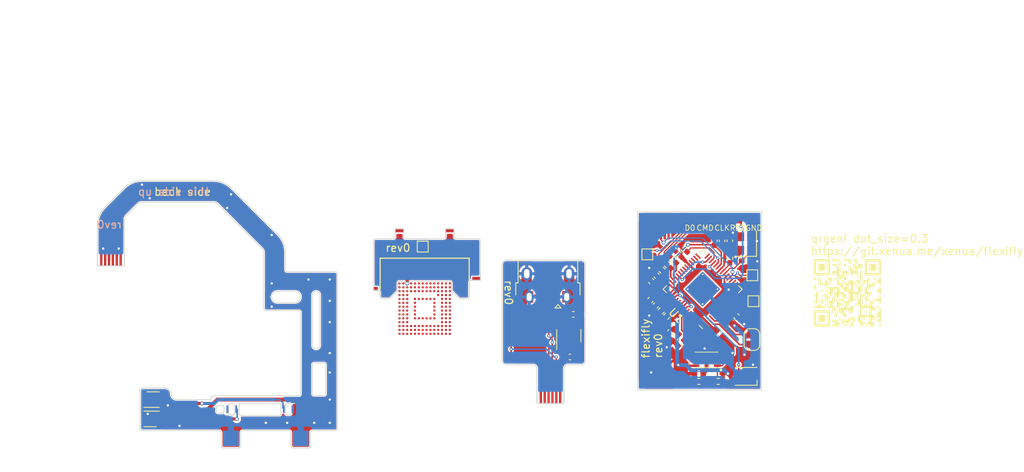
<source format=kicad_pcb>
(kicad_pcb (version 20221018) (generator pcbnew)

  (general
    (thickness 0.115)
  )

  (paper "A4")
  (layers
    (0 "F.Cu" signal)
    (31 "B.Cu" signal)
    (32 "B.Adhes" user "B.Adhesive")
    (33 "F.Adhes" user "F.Adhesive")
    (34 "B.Paste" user)
    (35 "F.Paste" user)
    (36 "B.SilkS" user "B.Silkscreen")
    (37 "F.SilkS" user "F.Silkscreen")
    (38 "B.Mask" user)
    (39 "F.Mask" user)
    (40 "Dwgs.User" user "User.Drawings")
    (41 "Cmts.User" user "User.Comments")
    (42 "Eco1.User" user "User.Eco1")
    (43 "Eco2.User" user "User.Eco2")
    (44 "Edge.Cuts" user)
    (45 "Margin" user)
    (46 "B.CrtYd" user "B.Courtyard")
    (47 "F.CrtYd" user "F.Courtyard")
    (48 "B.Fab" user)
    (49 "F.Fab" user)
    (50 "User.1" user)
    (51 "User.2" user)
    (52 "User.3" user)
    (53 "User.4" user)
    (54 "User.5" user)
    (55 "User.6" user)
    (56 "User.7" user)
    (57 "User.8" user)
    (58 "User.9" user)
  )

  (setup
    (stackup
      (layer "F.SilkS" (type "Top Silk Screen"))
      (layer "F.Paste" (type "Top Solder Paste"))
      (layer "F.Mask" (type "Top Solder Mask") (thickness 0.01))
      (layer "F.Cu" (type "copper") (thickness 0.035))
      (layer "dielectric 1" (type "core") (color "Polyimide") (thickness 0.025) (material "Polyimide") (epsilon_r 3.2) (loss_tangent 0.004))
      (layer "B.Cu" (type "copper") (thickness 0.035))
      (layer "B.Mask" (type "Bottom Solder Mask") (thickness 0.01))
      (layer "B.Paste" (type "Bottom Solder Paste"))
      (layer "B.SilkS" (type "Bottom Silk Screen"))
      (copper_finish "None")
      (dielectric_constraints no)
    )
    (pad_to_mask_clearance 0)
    (pcbplotparams
      (layerselection 0x00010fc_ffffffff)
      (plot_on_all_layers_selection 0x0000000_00000000)
      (disableapertmacros false)
      (usegerberextensions false)
      (usegerberattributes true)
      (usegerberadvancedattributes true)
      (creategerberjobfile true)
      (dashed_line_dash_ratio 12.000000)
      (dashed_line_gap_ratio 3.000000)
      (svgprecision 4)
      (plotframeref false)
      (viasonmask false)
      (mode 1)
      (useauxorigin false)
      (hpglpennumber 1)
      (hpglpenspeed 20)
      (hpglpendiameter 15.000000)
      (dxfpolygonmode true)
      (dxfimperialunits true)
      (dxfusepcbnewfont true)
      (psnegative false)
      (psa4output false)
      (plotreference true)
      (plotvalue true)
      (plotinvisibletext false)
      (sketchpadsonfab false)
      (subtractmaskfromsilk false)
      (outputformat 1)
      (mirror false)
      (drillshape 1)
      (scaleselection 1)
      (outputdirectory "")
    )
  )

  (net 0 "")
  (net 1 "+3V3")
  (net 2 "GND")
  (net 3 "/XIN")
  (net 4 "Net-(C3-Pad2)")
  (net 5 "+1V1")
  (net 6 "GND1")
  (net 7 "VBUS")
  (net 8 "/STATUS_LED")
  (net 9 "Net-(J6-Pin_3)")
  (net 10 "GND2")
  (net 11 "/QSPI_~{CS}")
  (net 12 "/~{USB_BOOT}")
  (net 13 "/XOUT")
  (net 14 "/USB_DP")
  (net 15 "/DP")
  (net 16 "/NX_CLK")
  (net 17 "Net-(U1-GPIO27_ADC1)")
  (net 18 "/NX_CMD")
  (net 19 "Net-(U1-GPIO28_ADC2)")
  (net 20 "/NX_D0")
  (net 21 "Net-(U1-GPIO29_ADC3)")
  (net 22 "/RP2040_~{USB_BOOT}")
  (net 23 "/TRAINING_RESET_A")
  (net 24 "/TRAINING_RESET_B")
  (net 25 "unconnected-(U1-GPIO2-Pad4)")
  (net 26 "unconnected-(U1-GPIO3-Pad5)")
  (net 27 "unconnected-(U1-GPIO4-Pad6)")
  (net 28 "unconnected-(U1-GPIO5-Pad7)")
  (net 29 "unconnected-(U1-GPIO6-Pad8)")
  (net 30 "unconnected-(U1-GPIO7-Pad9)")
  (net 31 "unconnected-(U1-GPIO8-Pad11)")
  (net 32 "unconnected-(U1-GPIO9-Pad12)")
  (net 33 "unconnected-(U1-GPIO10-Pad13)")
  (net 34 "unconnected-(U1-GPIO11-Pad14)")
  (net 35 "unconnected-(U1-GPIO12-Pad15)")
  (net 36 "unconnected-(U1-GPIO13-Pad16)")
  (net 37 "unconnected-(U1-GPIO14-Pad17)")
  (net 38 "/NX_CPU")
  (net 39 "/SWCLK")
  (net 40 "/SWD")
  (net 41 "/RUN")
  (net 42 "unconnected-(U1-GPIO17-Pad28)")
  (net 43 "unconnected-(U1-GPIO18-Pad29)")
  (net 44 "unconnected-(U1-GPIO19-Pad30)")
  (net 45 "unconnected-(U1-GPIO20-Pad31)")
  (net 46 "unconnected-(U1-GPIO21-Pad32)")
  (net 47 "unconnected-(U1-GPIO22-Pad34)")
  (net 48 "unconnected-(U1-GPIO23-Pad35)")
  (net 49 "unconnected-(U1-GPIO24-Pad36)")
  (net 50 "unconnected-(U1-GPIO25-Pad37)")
  (net 51 "/NX_RST")
  (net 52 "/QSPI_SD3")
  (net 53 "/QSPI_CLK")
  (net 54 "/QSPI_SD0")
  (net 55 "/QSPI_SD2")
  (net 56 "/QSPI_SD1")
  (net 57 "/D+")
  (net 58 "/D-")
  (net 59 "Net-(C16-Pad1)")
  (net 60 "Net-(C15-Pad1)")
  (net 61 "/DAT0")
  (net 62 "unconnected-(J3-ID-Pad4)")
  (net 63 "/USB_DN")
  (net 64 "/DN")
  (net 65 "unconnected-(C15-Pad2)")
  (net 66 "unconnected-(C16-Pad2)")
  (net 67 "unconnected-(J2-Pin_1-Pad1)")
  (net 68 "unconnected-(J2-Pin_2-Pad2)")
  (net 69 "unconnected-(J2-Pin_5-Pad5)")
  (net 70 "unconnected-(J2-Pin_6-Pad6)")
  (net 71 "unconnected-(D1-DOUT-Pad1)")

  (footprint "TestPoint:TestPoint_Pad_1.0x1.0mm" (layer "F.Cu") (at 167.25 52.5))

  (footprint "Capacitor_SMD:C_0402_1005Metric_Pad0.74x0.62mm_HandSolder" (layer "F.Cu") (at 178.75 60.5 135))

  (footprint "Capacitor_SMD:C_0402_1005Metric_Pad0.74x0.62mm_HandSolder" (layer "F.Cu") (at 168.35 59.1 45))

  (footprint "Capacitor_SMD:C_0402_1005Metric_Pad0.74x0.62mm_HandSolder" (layer "F.Cu") (at 177.9 50.75 -90))

  (footprint "Resistor_SMD:R_0402_1005Metric_Pad0.72x0.64mm_HandSolder" (layer "F.Cu") (at 171.95 51.75 -45))

  (footprint "TestPoint:TestPoint_Pad_1.0x1.0mm" (layer "F.Cu") (at 138.25 51.5))

  (footprint "Capacitor_SMD:C_0402_1005Metric_Pad0.74x0.62mm_HandSolder" (layer "F.Cu") (at 175.9 50.75 -90))

  (footprint "flexifly:FPC_1x06_P0.50mm" (layer "F.Cu") (at 154.75 71 180))

  (footprint "TestPoint:TestPoint_Pad_1.0x1.0mm" (layer "F.Cu") (at 177 48))

  (footprint "TestPoint:TestPoint_Pad_1.0x1.0mm" (layer "F.Cu") (at 181 48))

  (footprint "TestPoint:TestPoint_Pad_1.0x1.0mm" (layer "F.Cu") (at 180.8 55.2))

  (footprint "flexifly:HCTL_HC-FPC-05-09-6RLTAG_1x06-1MP_P0.50mm_Horizontal" (layer "F.Cu") (at 168.75 47.275 180))

  (footprint "TestPoint:TestPoint_Pad_1.0x1.0mm" (layer "F.Cu") (at 179 48))

  (footprint "Capacitor_SMD:C_0402_1005Metric_Pad0.74x0.62mm_HandSolder" (layer "F.Cu") (at 171.6 63.95 45))

  (footprint "Crystal:Crystal_SMD_2520-4Pin_2.5x2.0mm" (layer "F.Cu") (at 179.95 51.1 90))

  (footprint "Capacitor_SMD:C_0402_1005Metric_Pad0.74x0.62mm_HandSolder" (layer "F.Cu") (at 170.2 62.55 45))

  (footprint "flexifly:FBGA_153_P0.50mm" (layer "F.Cu") (at 138.5 59.505))

  (footprint "Resistor_SMD:R_0402_1005Metric_Pad0.72x0.64mm_HandSolder" (layer "F.Cu") (at 169.75 60.5 45))

  (footprint "Capacitor_SMD:C_0402_1005Metric_Pad0.74x0.62mm_HandSolder" (layer "F.Cu") (at 176.55 62.75 135))

  (footprint "Capacitor_SMD:C_0402_1005Metric_Pad0.74x0.62mm_HandSolder" (layer "F.Cu") (at 157.25 65.75 180))

  (footprint "flexifly:W25QxxxxUXxx" (layer "F.Cu") (at 174.9 66.125))

  (footprint "Capacitor_SMD:C_0402_1005Metric_Pad0.74x0.62mm_HandSolder" (layer "F.Cu") (at 176.9 50.75 -90))

  (footprint "TestPoint:TestPoint_Pad_1.0x1.0mm" (layer "F.Cu") (at 180.95 58.55))

  (footprint "TestPoint:TestPoint_Pad_1.0x1.0mm" (layer "F.Cu") (at 175 48))

  (footprint "Capacitor_SMD:C_0402_1005Metric_Pad0.74x0.62mm_HandSolder" (layer "F.Cu") (at 171.25 52.45 -45))

  (footprint "Capacitor_SMD:C_0402_1005Metric_Pad0.74x0.62mm_HandSolder" (layer "F.Cu") (at 157.69 60.25))

  (footprint "TestPoint:TestPoint_Pad_1.0x1.0mm" (layer "F.Cu") (at 173 48))

  (footprint "flexifly:MicroFET_2x2" (layer "F.Cu") (at 103.25 73.75 90))

  (footprint "flexifly:Conn_BGA_shim_dat0" (layer "F.Cu") (at 138.5 55.95))

  (footprint "flexifly:SW_SPST_XKB_1187A-B-A-B" (layer "F.Cu") (at 151.54 62.935 -90))

  (footprint "Capacitor_SMD:C_0402_1005Metric_Pad0.74x0.62mm_HandSolder" (layer "F.Cu") (at 168.45 55.25 -45))

  (footprint "Jumper:SolderJumper-2_P1.3mm_Open_RoundedPad1.0x1.5mm" (layer "F.Cu") (at 180.75 63.5 -90))

  (footprint "Package_TO_SOT_SMD:SOT-23-3" (layer "F.Cu") (at 157.11 63 90))

  (footprint "Capacitor_SMD:C_0402_1005Metric_Pad0.74x0.62mm_HandSolder" (layer "F.Cu") (at 167.75 55.95 -45))

  (footprint "Capacitor_SMD:C_0402_1005Metric_Pad0.74x0.62mm_HandSolder" (layer "F.Cu") (at 180 53.35 180))

  (footprint "flexifly:MicroFET_2x2" (layer "F.Cu") (at 103.25 71.25 -90))

  (footprint "Resistor_SMD:R_0402_1005Metric_Pad0.72x0.64mm_HandSolder" (layer "F.Cu") (at 176.4 68.9 180))

  (footprint "flexifly:FPC_1x06_P0.50mm" (layer "F.Cu") (at 98 53.25 180))

  (footprint "LED_SMD:LED_WS2812B-2020_PLCC4_2.0x2.0mm" (layer "F.Cu") (at 180 68.25 180))

  (footprint "Capacitor_SMD:C_0402_1005Metric_Pad0.74x0.62mm_HandSolder" (layer "F.Cu") (at 170.9 63.25 45))

  (footprint "Capacitor_SMD:C_0402_1005Metric_Pad0.74x0.62mm_HandSolder" (layer "F.Cu") (at 173.9 67.9))

  (footprint "Capacitor_SMD:C_0402_1005Metric_Pad0.74x0.62mm_HandSolder" (layer "F.Cu") (at 167.65 58.4 -135))

  (footprint "Resistor_SMD:R_0402_1005Metric_Pad0.72x0.64mm_HandSolder" (layer "F.Cu") (at 173.9 68.9))

  (footprint "Resistor_SMD:R_0402_1005Metric_Pad0.72x0.64mm_HandSolder" (layer "F.Cu") (at 169.05 59.8 -135))

  (footprint "Connector_USB:USB_Micro-B_Amphenol_10103594-0001LF_Horizontal" (layer "F.Cu") (at 154.39 56.115 180))

  (footprint "Resistor_SMD:R_0402_1005Metric_Pad0.72x0.64mm_HandSolder" (layer "F.Cu") (at 170.55 53.15 -45))

  (footprint "Package_DFN_QFN:QFN-56-1EP_7x7mm_P0.4mm_EP3.2x3.2mm_ThermalVias" (layer "F.Cu")
    (tstamp e7f45774-d08a-4f03-8d66-d1688242d6b9)
    (at 174.384996 57 135)
    (descr "QFN, 56 Pin (https://datasheets.raspberrypi.com/rp2040/rp2040-datasheet.pdf#page=634), generated with kicad-footprint-generator ipc_noLead_generator.py")
    (tags "QFN NoLead")
    (property "LCSC" "C2040")
    (property "Sheetfile" "flexifly.kicad_sch")
    (property "Sheetname" "")
    (property "ki_description" "A microcontroller by Raspberry Pi")
    (property "ki_keywords" "RP2040 ARM Cortex-M0+ USB")
    (path "/dd501b88-a2a4-4a49-a466-47c7802fc005")
    (attr smd)
    (fp_text reference "U1" (at 0 -4.82 135) (layer "F.SilkS")
        (effects (font (size 1 1) (thickness 0.15)))
      (tstamp 16851bc1-8edd-4b5f-a9d7-54140a207225)
    )
    (fp_text value "RP2040" (at 0 4.82 135) (layer "F.Fab")
        (effects (font (size 1 1) (thickness 0.15)))
      (tstamp bdee8bb5-6f30-4228-a8c7-b5f1901765f5)
    )
    (fp_text user "${REFERENCE}" (at 0 0 135) (layer "F.Fab")
        (effects (font (size 1 1) (thickness 0.15)))
      (tstamp c083019f-9518-4c11-acd0-8ade8c2fea98)
    )
    (fp_line (start -3.61 3.61) (end -3.61 2.96)
      (stroke (width 0.12) (type solid)) (layer "F.SilkS") (tstamp 617609e6-7c4b-4aea-b3aa-df4b03d7097b))
    (fp_line (start -2.96 -3.61) (end -3.61 -3.61)
      (stroke (width 0.12) (type solid)) (layer "F.SilkS") (tstamp 36722bd8-fa4a-4de6-a760-3b93778496b7))
    (fp_line (start -2.96 3.61) (end -3.61 3.61)
      (stroke (width 0.12) (type solid)) (layer "F.SilkS") (tstamp 08fa1ee6-f534-4f22-b382-fd26f17343b3))
    (fp_line (start 2.96 -3.61) (end 3.61 -3.61)
      (stroke (width 0.12) (type solid)) (layer "F.SilkS") (tstamp b92c6181-1e6c-4e69-a063-07179bafd2df))
    (fp_line (start 2.96 3.61) (end 3.61 3.61)
      (stroke (width 0.12) (type solid)) (layer "F.SilkS") (tstamp c551fe3a-5ac7-470e-96d4-4ca4e3172996))
    (fp_line (start 3.61 -3.61) (end 3.61 -2.96)
      (stroke (width 0.12) (type solid)) (layer "F.SilkS") (tstamp baf9943f-d475-4ae6-9d00-81823f35fc32))
    (fp_line (start 3.61 3.61) (end 3.61 2.96)
      (stroke (width 0.12) (type solid)) (layer "F.SilkS") (tstamp dfe0fc3c-f903-4147-a89e-ee57eabebd99))
    (fp_line (start -4.12 -4.12) (end -4.12 4.12)
      (stroke (width 0.05) (type solid)) (layer "F.CrtYd") (tstamp 76e885ec-c526-41df-8e8a-2891204e6042))
    (fp_line (start -4.12 4.12) (end 4.12 4.12)
      (stroke (width 0.05) (type solid)) (layer "F.CrtYd") (tstamp 0ee9c7be-ec50-46a1-9842-7112c018361e))
    (fp_line (start 4.12 -4.12) (end -4.12 -4.12)
      (stroke (width 0.05) (type solid)) (layer "F.CrtYd") (tstamp 8eaf322f-b389-403c-82e8-7be832db8046))
    (fp_line (start 4.12 4.12) (end 4.12 -4.12)
      (stroke (width 0.05) (type solid)) (layer "F.CrtYd") (tstamp 980592c3-f607-4f3d-b92f-f6da472b7169))
    (fp_line (start -3.5 -2.5) (end -2.5 -3.5)
      (stroke (width 0.1) (type solid)) (layer "F.Fab") (tstamp d3b1a5e9-1e97-413b-a857-e9e8b2193e56))
    (fp_line (start -3.5 3.5) (end -3.5 -2.5)
      (stroke (width 0.1) (type solid)) (layer "F.Fab") (tstamp 918b1f4a-2337-4352-8121-82375de55a89))
    (fp_line (start -2.5 -3.5) (end 3.5 -3.5)
      (stroke (width 0.1) (type solid)) (layer "F.Fab") (tstamp e2ea371a-4209-4f00-84af-ee8d44dd4720))
    (fp_line (start 3.5 -3.5) (end 3.5 3.5)
      (stroke (width 0.1) (type solid)) (layer "F.Fab") (tstamp 80369277-5b83-44c1-a275-0eca0b62c504))
    (fp_line (start 3.5 3.5) (end -3.5 3.5)
      (stroke (width 0.1) (type solid)) (layer "F.Fab") (tstamp d17b8be0-b8d9-4ee6-acb1-7fc77784c384))
    (pad "" smd custom (at -0.675 -0.675 135) (size 1.117593 1.117593) (layers "F.Paste")
      (thermal_bridge_angle 45)
      (options (clearance outline) (anchor circle))
      (primitives
        (gr_poly
          (pts
            (xy -0.497915 -0.397045)
            (xy -0.397045 -0.497915)
            (xy 0.497915 -0.497915)
            (xy 0.497915 0.497915)
            (xy -0.497915 0.497915)
          )
          (width 0.243524) (fill yes))
      ) (tstamp 27d50fd7-afd0-46d5-a9f3-165ca11a1d86))
    (pad "" smd custom (at -0.675 0.675 135) (size 1.117593 1.117593) (layers "F.Paste")
      (thermal_bridge_angle 45)
      (options (clearance outline) (anchor circle))
      (primitives
        (gr_poly
          (pts
            (xy -0.497915 -0.497915)
            (xy 0.497915 -0.497915)
            (xy 0.497915 0.497915)
            (xy -0.397045 0.497915)
            (xy -0.497915 0.397045)
          )
          (width 0.243524) (fill yes))
      ) (tstamp c0f78abc-7e0b-411e-808f-93368360b053))
    (pad "" smd custom (at 0.675 -0.675 135) (size 1.117593 1.117593) (layers "F.Paste")
      (thermal_bridge_angle 45)
      (options (clearance outline) (anchor circle))
      (primitives
        (gr_poly
          (pts
            (xy -0.497915 -0.497915)
            (xy 0.397045 -0.497915)
            (xy 0.497915 -0.397045)
            (xy 0.497915 0.497915)
            (xy -0.497915 0.497915)
          )
          (width 0.243524) (fill yes))
      ) (tstamp c4ad51d8-9c75-4b80-a569-c8995e4b297a))
    (pad "" smd custom (at 0.675 0.675 135) (size 1.117593 1.117593) (layers "F.Paste")
      (thermal_bridge_angle 45)
      (options (clearance outline) (anchor circle))
      (primitives
        (gr_poly
          (pts
            (xy -0.497915 -0.497915)
            (xy 0.497915 -0.497915)
            (xy 0.497915 0.397045)
            (xy 0.397045 0.497915)
            (xy -0.497915 0.497915)
          )
          (width 0.243524) (fill yes))
      ) (tstamp 731ef6bf-fd8f-4260-810e-b7b97ff1d2ae))
    (pad "1" smd roundrect (at -3.4375 -2.6 135) (size 0.875 0.2) (layers "F.Cu" "F.Paste" "F.Mask") (roundrect_rratio 0.25)
      (net 1 "+3V3") (pinfunction "IOVDD") (pintype "power_in") (tstamp 080d6d63-791e-4649-ac73-0eb95119826e))
    (pad "2" smd roundrect (at -3.4375 -2.2 135) (size 0.875 0.2) (layers "F.Cu" "F.Paste" "F.Mask") (roundrect_rratio 0.25)
      (net 23 "/TRAINING_RESET_A") (pinfunction "GPIO0") (pintype "bidirectional") (tstamp bb6150b4-04b0-41f0-bf27-494632bcbdcd))
    (pad "3" smd roundrect (at -3.4375 -1.8 135) (size 0.875 0.2) (layers "F.Cu" "F.Paste" "F.Mask") (roundrect_rratio 0.25)
      (net 24 "/TRAINING_RESET_B") (pinfunction "GPIO1") (pintype "bidirectional") (tstamp 4b0f92cf-b8a1-4efd-ab8f-5baac023a5b3))
    (pad "4" smd roundrect (at -3.4375 -1.4 135) (size 0.875 0.2) (layers "F.Cu" "F.Paste" "F.Mask") (roundrect_rratio 0.25)
      (net 25 "unconnected-(U1-GPIO2-Pad4)") (pinfunction "GPIO2") (pintype "bidirectional+no_connect") (tstamp 9429a5be-167e-491b-9671-a33f777a62a3))
    (pad "5" smd roundrect (at -3.4375 -1 135) (size 0.875 0.2) (layers "F.Cu" "F.Paste" "F.Mask") (roundrect_rratio 0.25)
      (net 26 "unconnected-(U1-GPIO3-Pad5)") (pinfunction "GPIO3") (pintype "bidirectional+no_connect") (tstamp d66a9518-794b-4217-9df3-e355ae892b51))
    (pad "6" smd roundrect (at -3.4375 -0.6 135) (size 0.875 0.2) (layers "F.Cu" "F.Paste" "F.Mask") (roundrect_rratio 0.25)
      (net 27 "unconnected-(U1-GPIO4-Pad6)") (pinfunction "GPIO4") (pintype "bidirectional+no_connect") (tstamp b95ebbe2-3261-45af-a170-40a355a55840))
    (pad "7" smd roundrect (at -3.4375 -0.2 135) (size 0.875 0.2) (layers "F.Cu" "F.Paste" "F.Mask") (roundrect_rratio 0.25)
      (net 28 "unconnected-(U1-GPIO5-Pad7)") (pinfunction "GPIO5") (pintype "bidirectional+no_connect") (tstamp 5d0b601b-e682-4057-ba16-74dd84f88bf2))
    (pad "8" smd roundrect (at -3.4375 0.2 135) (size 0.875 0.2) (layers "F.Cu" "F.Paste" "F.Mask") (roundrect_rratio 0.25)
      (net 29 "unconnected-(U1-GPIO6-Pad8)") (pinfunction "GPIO6") (pintype "bidirectional+no_connect") (tstamp b7963a5e-6f40-48ff-8d8a-10cb416f48d3))
    (pad "9" smd roundrect (at -3.4375 0.6 135) (size 0.875 0.2) (layers "F.Cu" "F.Paste" "F.Mask") (roundrect_rratio 0.25)
      (net 30 "unconnected-(U1-GPIO7-Pad9)") (pinfunction "GPIO7") (pintype "bidirectional+no_connect") (tstamp 2c439d8f-68c9-4b49-a875-09a15a42a2bb))
    (pad "10" smd roundrect (at -3.4375 1 135) (size 0.875 0.2) (layers "F.Cu" "F.Paste" "F.Mask") (roundrect_rratio 0.25)
      (net 1 "+3V3") (pinfunction "IOVDD") (pintype "passive") (tstamp 2a52e4e9-a5f4-41d0-8c95-aaf5700f52b8))
    (pad "11" smd roundrect (at -3.4375 1.4 135) (size 0.875 0.2) (layers "F.Cu" "F.Paste" "F.Mask") (roundrect_rratio 0.25)
      (net 31 "unconnected-(U1-GPIO8-Pad11)") (pinfunction "GPIO8") (pintype "bidirectional+no_connect") (tstamp 7f0deae2-9de3-445a-9bd7-aad4a96cfc10))
    (pad "12" smd roundrect (at -3.4375 1.8 135) (size 0.875 0.2) (layers "F.Cu" "F.Paste" "F.Mask") (roundrect_rratio 0.25)
      (net 32 "unconnected-(U1-GPIO9-Pad12)") (pinfunction "GPIO9") (pintype "bidirectional+no_connect") (tstamp 1edeb919-e4b7-4391-bddc-b902e675fb28))
    (pad "13" smd roundrect (at -3.4375 2.2 135) (size 0.875 0.2) (layers "F.Cu" "F.Paste" "F.Mask") (roundrect_rratio 0.25)
      (net 33 "unconnected-(U1-GPIO10-Pad13)") (pinfunction "GPIO10") (pintype "bidirectional+no_connect") (tstamp 79ba256a-97f3-4e2d-936c-06385fe8c9e0))
    (pad "14" smd roundrect (at -3.4375 2.6 135) (size 0.875 0.2) (layers "F.Cu" "F.Paste" "F.Mask") (roundrect_rratio 0.25)
      (net 34 "unconnected-(U1-GPIO11-Pad14)") (pinfunction "GPIO11") (pintype "bidirectional+no_connect") (tstamp 2114ec64-6c33-4f6f-bdfc-6f34870d588b))
    (pad "15" smd roundrect (at -2.6 3.4375 135) (size 0.2 0.875) (layers "F.Cu" "F.Paste" "F.Mask") (roundrect_rratio 0.25)
      (net 35 "unconnected-(U1-GPIO12-Pad15)") (pinfunction "GPIO12") (pintype "bidirectional+no_connect") (tstamp 6e7f0819-da60-46e8-8426-eacad9e9ecdd))
    (pad "16" smd roundrect (at -2.2 3.4375 135) (size 0.2 0.875) (layers "F.Cu" "F.Paste" "F.Mask") (roundrect_rratio 0.25)
      (net 36 "unconnected-(U1-GPIO13-Pad16)") (pinfunction "GPIO13") (pintype "bidirectional+no_connect") (tstamp 16ac25a2-df05-4a46-965d-1fc01847de88))
    (pad "17" smd roundrect (at -1.8 3.4375 135) (size 0.2 0.875) (layers "F.Cu" "F.Paste" "F.Mask") (roundrect_rratio 0.25)
      (net 37 "unconnected-(U1-GPIO14-Pad17)") (pinfunction "GPIO14") (pintype "bidirectional+no_connect") (tstamp 1db7fcdd-4da7-4611-abe9-1af0a05a2c39))
    (pad "18" smd roundrect (at -1.4 3.4375 135) (size 0.2 0.875) (layers "F.Cu" "F.Paste" "F.Mask") (roundrect_rratio 0.25)
      (net 38 "/NX_CPU") (pinfunction "GPIO15") (pintype "bidirectional") (tstamp cfb86839-2371-446e-80ca-e9476afaee7c))
    (pad "19" smd roundrect (at -1 3.4375 135) (size 0.2 0.875) (layers "F.Cu" "F.Paste" "F.Mask") (roundrect_rratio 0.25)
      (net 2 "GND") (pinfunction "TESTEN") (pintype "input") (tstamp ab8a1cbc-b321-49a9-aedf-f67deed318e6))
    (pad "20" smd roundrect (at -0.6 3.4375 135) (size 0.2 0.875) (layers "F.Cu" "F.Paste" "F.Mask") (roundrect_rratio 0.25)
      (net 3 "/XIN") (pinfunction "XIN") (pintype "input") (tstamp 3f3244cc-b859-4766-9f49-eb2d2f37342d))
    (pad "21" smd roundrect (at -0.2 3.4375 135) (size 0.2 0.875) (layers "F.Cu" "F.Paste" "F.Mask") (roundrect_rratio 0.25)
      (net 13 "/XOUT") (pinfunction "XOUT") (pintype "passive") (tstamp 427d78b7-2263-422d-b060-3edcb4d4722c))
    (pad "22" smd roundrect (at 0.2 3.4375 135) (size 0.2 0.875) (layers "F.Cu" "F.Paste" "F.Mask") (roundrect_rratio 0.25)
      (net 1 "+3V3") (pinfunction "IOVDD") (pintype "passive") (tstamp e4d14003-523a-4ec3-8c7c-ded5dd9b766b))
    (pad "23" smd roundrect (at 0.6 3.4375 135) (size 0.2 0.875) (layers "F.Cu" "F.Paste" "F.Mask") (roundrect_rratio 0.25)
      (net 5 "+1V1") (pinfunction "DVDD") (pintype "power_in") (tstamp cf5ba3c1-3c06-4c98-a627-a82d6efc6ebd))
    (pad "24" smd roundrect (at 1 3.4375 135) (size 0.2 0.875) (layers "F.Cu" "F.Paste" "F.Mask") (roundrect_rratio 0.25)
      (net 39 "/SWCLK") (pinfunction "SWCLK") (pintype "input") (tstamp 8627ccf5-f5ea-4dd4-abc2-39d0efb40b63))
    (pad "25" smd roundrect (at 1.4 3.4375 135) (size 0.2 0.875) (layers "F.Cu" "F.Paste" "F.Mask") (roundrect_rratio 0.25)
      (net 40 "/SWD") (pinfunction "SWD") (pintype "bidirectional") (tstamp 7f93cd2f-6e59-4b14-bffd-2185a4269af4))
    (pad "26" smd roundrect (at 1.8 3.4375 135) (size 0.2 0.875) (layers "F.Cu" "F.Paste" "F.Mask") (roundrect_rratio 0.25)
      (net 41 "/RUN") (pinfunction "RUN") (pintype "input") (tstamp 72a8f676-917b-4ab2-bcee-32f9c1b6a24f))
    (pad "27" smd roundrect (at 2.2 3.4375 135) (size 0.2 0.875) (layers "F.Cu" "F.Paste" "F.Mask") (roundrect_rratio 0.25)
      (net 8 "/STATUS_LED") (pinfunction "GPIO16") (pintype "bidirectional") (tstamp bfbb732a-21da-43c2-83ef-e16c6a3c3a31))
    (pad "28" smd roundrect (at 2.6 3.4375 135) (size 0.2 0.875) (layers "F.Cu" "F.Paste" "F.Mask") (roundrect_rratio 0.25)
      (net 42 "unconnected-(U1-GPIO17-Pad28)") (pinfunction "GPIO17") (pintype "bidirectional+no_connect") (tstamp 997bc59d-d667-456b-b15c-163a8245693e))
    (pad "29" smd roundrect (at 3.4375 2.6 135) (size 0.875 0.2) (layers "F.Cu" "F.Paste" "F.Mask") (roundrect_rratio 0.25)
      (net 43 "unconnected-(U1-GPIO18-Pad29)") (pinfunction "GPIO18") (pintype "bidirectional+no_connect") (tstamp a2be9a8f-cb45-4dba-9f48-f23462e0af5d))
    (pad "30" smd roundrect (at 3.4375 2.2 135) (size 0.875 0.2) (layers "F.Cu" "F.Paste" "F.Mask") (roundrect_rratio 0.25)
      (net 44 "unconnected-(U1-GPIO19-Pad30)") (pinfunction "GPIO19") (pintype "bidirectional+no_connect") (tstamp 53cbc97f-d0ad-44f9-b866-a723a2a9c11a))
    (pad "31" smd roundrect (at 3.4375 1.8 135) (size 0.875 0.2) (layers "F.Cu" "F.Paste" "F.Mask") (roundrect_rratio 0.25)
      (net 45 "unconnected-(U1-GPIO20-Pad31)") (pinfunction "GPIO20") (pintype "bidirectional+no_connect") (tstamp 5bd5c1e9-7997-403e-9162-5c5432c03f91))
    (pad "32" smd roundrect (at 3.4375 1.4 135) (size 0.875 0.2) (layers "F.Cu" "F.Paste" "F.Mask") (roundrect_rratio 0.25)
      (net 46 "unconnected-(U1-GPIO21-Pad32)") (pinfunction "GPIO21") (pintype "bidirectional+no_connect") (tstamp 5a1c1d56-0d55-47ad-9436-93ac1f467dc2))
    (pad "33" smd roundrect (at 3.4375 1 135) (size 0.875 0.2) (layers "F.Cu" "F.Paste" "F.Mask") (roundrect_rratio 0.25)
      (net 1 "+3V3") (pinfunction "IOVDD") (pintype "passive") (tstamp 334141c7-b9fd-43db-bb91-587ef4c2debe))
    (pad "34" smd roundrect (at 3.4375 0.6 135) (size 0.875 0.2) (layers "F.Cu" "F.Paste" "F.Mask") (roundrect_rratio 0.25)
      (net 47 "unconnected-(U1-GPIO22-Pad34)") (pinfunction "GPIO22") (pintype "bidirectional+no_connect") (tstamp 8eba69f5-1be4-4253-bc39-0a6adbbc25a4))
    (pad "35" smd roundrect (at 3.4375 0.2 135) (size 0.875 0.2) (layers "F.Cu" "F.Paste" "F.Mask") (roundrect_rratio 0.25)
      (net 48 "unconnected-(U1-GPIO23-Pad35)") (pinfunction "GPIO23") (pintype "bidirectional+no_connect") (tstamp 677c5135-6179-4ca9-a24f-0cf786c481dd))
    (pad "36" smd roundrect (at 3.4375 -0.2 135) (size 0.875 0.2) (layers "F.Cu" "F.Paste" "F.Mask") (roundrect_rratio 0.25)
      (net 49 "unconnected-(U1-GPIO24-Pad36)") (pinfunction "GPIO24") (pintype "bidirectional+no_connect") (tstamp f11ac1ee-adf6-4c6c-96f2-c32866500b47))
    (pad "37" smd roundrect (at 3.4375 -0.6 135) (size 0.875 0.2) (layers "F.Cu" "F.Paste" "F.Mask") (roundrect_rratio 0.25)
      (net 50 "unconnected-(U1-GPIO25-Pad37)") (pinfunction "GPIO25") (pintype "bidirectional+no_connect") (tstamp a16f781b-8ae4-4ff5-9464-9dcebc9a8787))
    (pad "38" smd roundrect (at 3.4375 -1 135) (size 0.875 0.2) (layers "F.Cu" "F.Paste" "F.Mask") (roundrect_rratio 0.25)
      (net 51 "/NX_RST") (pinfunction "GPIO26_ADC0") (pintype "bidirectional") (tstamp db9163da-3439-42bf-a233-1eb3859f02f7))
    (pad "39" smd roundrect (at 3.4375 -1.4 135) (size 0.875 0.2) (layers "F.Cu" "F.Paste" "F.Mask") (roundrect_rratio 0.25)
      (net 17 "Net-(U1-GPIO27_ADC1)") (pinfunction "GPIO27_ADC1") (pintype "bidirectional") (tstamp 3241ab0d-2fae-46cc-ae49-3de3da30b70d))
    (pad "40" smd roundrect (at 3.4375 -1.8 135) (size 0.875 0.2) (layers "F.Cu" "F.Paste" "F.Mask") (roundrect_rratio 0.25)
      (net 19 "Net-(U1-GPIO28_ADC2)") (pinfunction "GPIO28_ADC2") (pintype "bidirectional") (tstamp 8d5f41c3-748f-46a6-8c51-5e78004b5c5e))
    (pad "41" smd roundrect (at 3.4375 -2.2 135) (size 0.875 0.2) (layers "F.Cu" "F.Paste" "F.Mask") (roundrect_rratio 0.25)
      (net 21 "Net-(U1-GPIO29_ADC3)") (pinfunction "GPIO29_ADC3") (pintype "bidirectional") (tstamp d145ff56-10e0-4537-b4ea-96250f597cad))
    (pad "42" smd roundrect (at 3.4375 -2.6 135) (size 0.875 0.2) (layers "F.Cu" "F.Paste" "F.Mask") (roundrect_rratio 0.25)
      (net 1 "+3V3") (pinfunction "IOVDD") (pintype "passive") (tstamp 56f2272d-12f7-4608-92ea-45008e04232c))
    (pad "43" smd roundrect (at 2.6 -3.4375 135) (size 0.2 0.875) (layers "F.Cu" "F.Paste" "F.Mask") (roundrect_rratio 0.25)
      (net 1 "+3V3") (pinfunction "ADC_AVDD") (pintype "power_in") (tstamp ed4b7542-a089-4788-8823-3ea0b7cbc2d8))
    (pad "44" smd roundrect (at 2.2 -3.4375 135) (size 0.2 0.875) (layers "F.Cu" "F.Paste" "F.Mask") (roundrect_rratio 0.25)
      (net 1 "+3V3") (pinfunction "VREG_IN") (pintype "power_in") (tstamp da543d68-4b17-4941-a902-4676da84246a))
    (pad "45" smd roundrect (at 1.8 -3.4375 135) (size 0.2 0.875) (layers "F.Cu" "F.Paste" "F.Mask") (roundrect_rratio 0.25)
      (net 5 "+1V1") (pinfunction "VREG_VOUT") (pintype "power_out") (tstamp 1e42c1d0-87e8-44ec-8a9b-141981d1c3ed))
    (pad "46" smd roundrect (at 1.4 -3.4375 135) (size 0.2 0.875) (layers "F.Cu" "F.Paste" "F.Mask") (roundrect_rratio 0.25)
      (net 64 "/DN") (pinfunction "USB_DM") (pintype "bidirectional") (tstamp 1949e17d-9502-45a0-81c5-e02af6a1ca23))
    (pad "47" smd roundrect (at 1 -3.4375 135) (size 0.2 0.875) (layers "F.Cu" "F.Paste" "F.Mask") (roundrect_rratio 0.25)
      (net 15 "/DP") (pinfunction "USB_DP") (pintype "bidirectional") (tstamp 89908879-a997-40e5-b4c6-8e09765cc63b))
    (pad "48" smd roundrect (at 0.6 -3.4375 135) (size 0.2 0.875) (layers "F.Cu" "F.Paste" "F.Mask") (roundrect_rratio 0.25)
      (net 1 "+3V3") (pinfunction "USB_VDD") (pintype "power_in") (tstamp 190d3b29-1aeb-4a51-971e-fcb49f8096ed))
    (pad "49" smd roundrect (at 0.2 -3.4375 135) (size 0.2 0.875) (layers "F.Cu" "F.Paste" "F.Mask") (roundrect_rratio 0.25)
      (net 1 "+3V3") (pinfunction "IOVDD") (pintype "passive") (tstamp 4733d2c0-a3a0-4d27-a75f-da711cd5cb1b))
    (pad "50" smd roundrect (at -0.2 -3.4375 135) (size 0.2 0.875) (layers "F.Cu" "F.Paste" "F.Mask") (roundrect_rratio 0.25)
      (net 5 "+1V1") (pinfunction "DVDD") (pintype "passive") (tstamp 1ea747e0-fd06-4a0a-a007-16fa18339726))
    (pad "51" smd roundrect (at -0.6 -3.4375 135) (size 0.2 0.875) (layers "F.Cu" "F.Paste" "F.Mask") (roundrect_rratio 0.25)
      (net 52 "/QSPI_SD3") (pinfunction "QSPI_SD3") (pintype "bidirectional") (tstamp c4554e9b-c6e4-4701-a53c-b59dfc953c50))
    (pad "52" smd roundrect (at -1 -3.4375 135) (size 0.2 0.875) (layers "F.Cu" "F.Paste" "F.Mask") (roundrect_rratio 0.25)
      (net 53 "/QSPI_CLK") (pinfunction "QSPI_SCLK") (pintype "output") (tstamp 8368dfe2-a2b0-411f-8d02-6610bbbf528d))
    (pad "53" smd roundrect (at -1.4 -3.4375 135) (size 0.2 0.875) (layers "F.Cu" "F.Paste" "F.Mask") (roundrect_rratio 0.25)
      (net 54 "/QSPI_SD0") (pinfunction "QSPI_SD0") (pintype "bidirectional") (tstamp 14e9f487-963d-4af5-a273-2bbdf681918f))
    (pad "54" smd roundrect (at -1.8 -3.4375 135) (size 0.2 0.875) (layers "F.Cu" "F.Paste" "F.Mask") (roundrect_rratio 0.25)
      (net 55 "/QSPI_SD2") (pinfunction "QSPI_SD2") (pintype "bidirectional") (tstamp 5154f2d6-b9b8-4882-8104-5ddf179e9171))
    (pad "55" smd roundrect (at -2.2 -3.4375 135) (size 0.2 0.875) (layers "F.Cu" "F.Paste" "F.Mask") (roundrect_rratio 0.25)
      (net 56 "/QSPI_SD1") (pinfunction "QSPI_SD1") (pintype "bidirectional") (tstamp 22ff1f0a-a6d5-46e2-880e-7563ebe8d538))
    (pad "56" smd roundrect (at -2.6 -3.4375 135) (size 0.2 0.875) (layers "F.Cu" "F.Paste" "F.Mask") (roundrect_rratio 0.25)
      (net 11 "/QSPI_~{CS}") (pinfunction "QSPI_SS") (pintype "bidirectional") (tstamp dc10ad8f-9ad8-4f65-a658-9c0aa8300638))
    (pad "57" thru_hole circle (at -1.35 -1.35 135) (size 0.5 0.5) (drill 0.2) (layers "*.Cu")
      (net 2 "GND") (pinfunction "GND") (pintype "power_in") (tstamp fd0f6e56-1831-4c76-97ad-b2ee277550eb))
    (pad "57" thru_hole circle (at -1.35 1.35 135) (size 0.5 0.5) (drill 0.2) (layers "*.Cu")
      (net 2 "GND") (pinfunction "GND") (pintype "power_in") (tstamp ced418ae-55e5-4e4b-8472-9b8e96cd6dcc))
    (pad "57" smd rect (at 0 0 135) (size 3.2 3.2) (layers "F.Cu" "F.Mask")
      (net 2 "GND") (pinfunction "GND") (pintype "power_in") (tstamp 06e26ce9-7a3d-4544-bce5-e361e65fc613))
    (pad "57" smd rect (at 0 0 135) (size 3.2 3.2) (layers "B.Cu")
      (net 2 "GND") (pinfunction "GND") (pintype "power_in") (tstamp 054e7407-dd34-474f-98d7-4ab49acf65e5))
    (pad "57" thru_hole circle (at 1.35 -1.35 135) (size 0.5 0.5) (drill 0.2) (layers "*.Cu")
      (net 2 "GND") (pinfun
... [490233 chars truncated]
</source>
